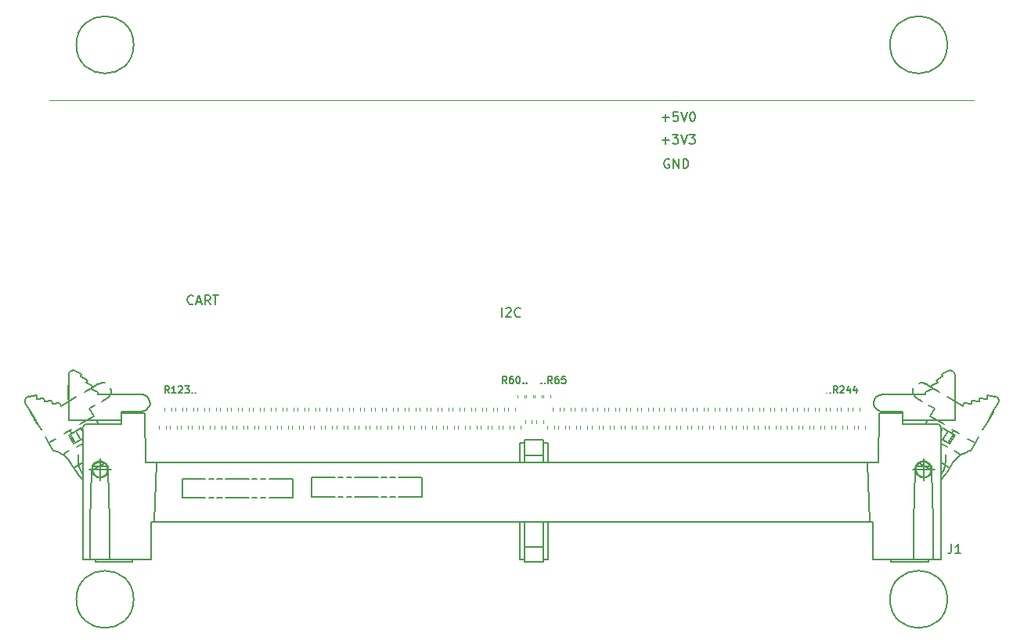
<source format=gbr>
G04 #@! TF.GenerationSoftware,KiCad,Pcbnew,6.0.9-8da3e8f707~117~ubuntu22.04.1*
G04 #@! TF.CreationDate,2023-03-03T14:59:22+01:00*
G04 #@! TF.ProjectId,ModulAdapterBasic,4d6f6475-6c41-4646-9170-746572426173,rev?*
G04 #@! TF.SameCoordinates,Original*
G04 #@! TF.FileFunction,Legend,Top*
G04 #@! TF.FilePolarity,Positive*
%FSLAX46Y46*%
G04 Gerber Fmt 4.6, Leading zero omitted, Abs format (unit mm)*
G04 Created by KiCad (PCBNEW 6.0.9-8da3e8f707~117~ubuntu22.04.1) date 2023-03-03 14:59:22*
%MOMM*%
%LPD*%
G01*
G04 APERTURE LIST*
%ADD10C,0.100000*%
%ADD11C,0.128000*%
%ADD12C,0.150000*%
%ADD13C,0.120000*%
G04 APERTURE END LIST*
D10*
X50000000Y-80000000D02*
X150000000Y-80000000D01*
D11*
X103215238Y-110571428D02*
X103251428Y-110607619D01*
X103215238Y-110643809D01*
X103179047Y-110607619D01*
X103215238Y-110571428D01*
X103215238Y-110643809D01*
X103577142Y-110571428D02*
X103613333Y-110607619D01*
X103577142Y-110643809D01*
X103540952Y-110607619D01*
X103577142Y-110571428D01*
X103577142Y-110643809D01*
X104373333Y-110643809D02*
X104120000Y-110281904D01*
X103939047Y-110643809D02*
X103939047Y-109883809D01*
X104228571Y-109883809D01*
X104300952Y-109920000D01*
X104337142Y-109956190D01*
X104373333Y-110028571D01*
X104373333Y-110137142D01*
X104337142Y-110209523D01*
X104300952Y-110245714D01*
X104228571Y-110281904D01*
X103939047Y-110281904D01*
X105024761Y-109883809D02*
X104880000Y-109883809D01*
X104807619Y-109920000D01*
X104771428Y-109956190D01*
X104699047Y-110064761D01*
X104662857Y-110209523D01*
X104662857Y-110499047D01*
X104699047Y-110571428D01*
X104735238Y-110607619D01*
X104807619Y-110643809D01*
X104952380Y-110643809D01*
X105024761Y-110607619D01*
X105060952Y-110571428D01*
X105097142Y-110499047D01*
X105097142Y-110318095D01*
X105060952Y-110245714D01*
X105024761Y-110209523D01*
X104952380Y-110173333D01*
X104807619Y-110173333D01*
X104735238Y-110209523D01*
X104699047Y-110245714D01*
X104662857Y-110318095D01*
X105784761Y-109883809D02*
X105422857Y-109883809D01*
X105386666Y-110245714D01*
X105422857Y-110209523D01*
X105495238Y-110173333D01*
X105676190Y-110173333D01*
X105748571Y-110209523D01*
X105784761Y-110245714D01*
X105820952Y-110318095D01*
X105820952Y-110499047D01*
X105784761Y-110571428D01*
X105748571Y-110607619D01*
X105676190Y-110643809D01*
X105495238Y-110643809D01*
X105422857Y-110607619D01*
X105386666Y-110571428D01*
D12*
X116238095Y-81891428D02*
X117000000Y-81891428D01*
X116619047Y-82272380D02*
X116619047Y-81510476D01*
X117952380Y-81272380D02*
X117476190Y-81272380D01*
X117428571Y-81748571D01*
X117476190Y-81700952D01*
X117571428Y-81653333D01*
X117809523Y-81653333D01*
X117904761Y-81700952D01*
X117952380Y-81748571D01*
X118000000Y-81843809D01*
X118000000Y-82081904D01*
X117952380Y-82177142D01*
X117904761Y-82224761D01*
X117809523Y-82272380D01*
X117571428Y-82272380D01*
X117476190Y-82224761D01*
X117428571Y-82177142D01*
X118285714Y-81272380D02*
X118619047Y-82272380D01*
X118952380Y-81272380D01*
X119476190Y-81272380D02*
X119571428Y-81272380D01*
X119666666Y-81320000D01*
X119714285Y-81367619D01*
X119761904Y-81462857D01*
X119809523Y-81653333D01*
X119809523Y-81891428D01*
X119761904Y-82081904D01*
X119714285Y-82177142D01*
X119666666Y-82224761D01*
X119571428Y-82272380D01*
X119476190Y-82272380D01*
X119380952Y-82224761D01*
X119333333Y-82177142D01*
X119285714Y-82081904D01*
X119238095Y-81891428D01*
X119238095Y-81653333D01*
X119285714Y-81462857D01*
X119333333Y-81367619D01*
X119380952Y-81320000D01*
X119476190Y-81272380D01*
X65535500Y-102008142D02*
X65487880Y-102055761D01*
X65345023Y-102103380D01*
X65249785Y-102103380D01*
X65106928Y-102055761D01*
X65011690Y-101960523D01*
X64964071Y-101865285D01*
X64916452Y-101674809D01*
X64916452Y-101531952D01*
X64964071Y-101341476D01*
X65011690Y-101246238D01*
X65106928Y-101151000D01*
X65249785Y-101103380D01*
X65345023Y-101103380D01*
X65487880Y-101151000D01*
X65535500Y-101198619D01*
X65916452Y-101817666D02*
X66392642Y-101817666D01*
X65821214Y-102103380D02*
X66154547Y-101103380D01*
X66487880Y-102103380D01*
X67392642Y-102103380D02*
X67059309Y-101627190D01*
X66821214Y-102103380D02*
X66821214Y-101103380D01*
X67202166Y-101103380D01*
X67297404Y-101151000D01*
X67345023Y-101198619D01*
X67392642Y-101293857D01*
X67392642Y-101436714D01*
X67345023Y-101531952D01*
X67297404Y-101579571D01*
X67202166Y-101627190D01*
X66821214Y-101627190D01*
X67678357Y-101103380D02*
X68249785Y-101103380D01*
X67964071Y-102103380D02*
X67964071Y-101103380D01*
X117018095Y-86400000D02*
X116922857Y-86352380D01*
X116780000Y-86352380D01*
X116637142Y-86400000D01*
X116541904Y-86495238D01*
X116494285Y-86590476D01*
X116446666Y-86780952D01*
X116446666Y-86923809D01*
X116494285Y-87114285D01*
X116541904Y-87209523D01*
X116637142Y-87304761D01*
X116780000Y-87352380D01*
X116875238Y-87352380D01*
X117018095Y-87304761D01*
X117065714Y-87257142D01*
X117065714Y-86923809D01*
X116875238Y-86923809D01*
X117494285Y-87352380D02*
X117494285Y-86352380D01*
X118065714Y-87352380D01*
X118065714Y-86352380D01*
X118541904Y-87352380D02*
X118541904Y-86352380D01*
X118780000Y-86352380D01*
X118922857Y-86400000D01*
X119018095Y-86495238D01*
X119065714Y-86590476D01*
X119113333Y-86780952D01*
X119113333Y-86923809D01*
X119065714Y-87114285D01*
X119018095Y-87209523D01*
X118922857Y-87304761D01*
X118780000Y-87352380D01*
X118541904Y-87352380D01*
D11*
X99449523Y-110643809D02*
X99196190Y-110281904D01*
X99015238Y-110643809D02*
X99015238Y-109883809D01*
X99304761Y-109883809D01*
X99377142Y-109920000D01*
X99413333Y-109956190D01*
X99449523Y-110028571D01*
X99449523Y-110137142D01*
X99413333Y-110209523D01*
X99377142Y-110245714D01*
X99304761Y-110281904D01*
X99015238Y-110281904D01*
X100100952Y-109883809D02*
X99956190Y-109883809D01*
X99883809Y-109920000D01*
X99847619Y-109956190D01*
X99775238Y-110064761D01*
X99739047Y-110209523D01*
X99739047Y-110499047D01*
X99775238Y-110571428D01*
X99811428Y-110607619D01*
X99883809Y-110643809D01*
X100028571Y-110643809D01*
X100100952Y-110607619D01*
X100137142Y-110571428D01*
X100173333Y-110499047D01*
X100173333Y-110318095D01*
X100137142Y-110245714D01*
X100100952Y-110209523D01*
X100028571Y-110173333D01*
X99883809Y-110173333D01*
X99811428Y-110209523D01*
X99775238Y-110245714D01*
X99739047Y-110318095D01*
X100643809Y-109883809D02*
X100716190Y-109883809D01*
X100788571Y-109920000D01*
X100824761Y-109956190D01*
X100860952Y-110028571D01*
X100897142Y-110173333D01*
X100897142Y-110354285D01*
X100860952Y-110499047D01*
X100824761Y-110571428D01*
X100788571Y-110607619D01*
X100716190Y-110643809D01*
X100643809Y-110643809D01*
X100571428Y-110607619D01*
X100535238Y-110571428D01*
X100499047Y-110499047D01*
X100462857Y-110354285D01*
X100462857Y-110173333D01*
X100499047Y-110028571D01*
X100535238Y-109956190D01*
X100571428Y-109920000D01*
X100643809Y-109883809D01*
X101222857Y-110571428D02*
X101259047Y-110607619D01*
X101222857Y-110643809D01*
X101186666Y-110607619D01*
X101222857Y-110571428D01*
X101222857Y-110643809D01*
X101584761Y-110571428D02*
X101620952Y-110607619D01*
X101584761Y-110643809D01*
X101548571Y-110607619D01*
X101584761Y-110571428D01*
X101584761Y-110643809D01*
D12*
X98923809Y-103452380D02*
X98923809Y-102452380D01*
X99352380Y-102547619D02*
X99400000Y-102500000D01*
X99495238Y-102452380D01*
X99733333Y-102452380D01*
X99828571Y-102500000D01*
X99876190Y-102547619D01*
X99923809Y-102642857D01*
X99923809Y-102738095D01*
X99876190Y-102880952D01*
X99304761Y-103452380D01*
X99923809Y-103452380D01*
X100923809Y-103357142D02*
X100876190Y-103404761D01*
X100733333Y-103452380D01*
X100638095Y-103452380D01*
X100495238Y-103404761D01*
X100400000Y-103309523D01*
X100352380Y-103214285D01*
X100304761Y-103023809D01*
X100304761Y-102880952D01*
X100352380Y-102690476D01*
X100400000Y-102595238D01*
X100495238Y-102500000D01*
X100638095Y-102452380D01*
X100733333Y-102452380D01*
X100876190Y-102500000D01*
X100923809Y-102547619D01*
D11*
X134053333Y-111621428D02*
X134089523Y-111657619D01*
X134053333Y-111693809D01*
X134017142Y-111657619D01*
X134053333Y-111621428D01*
X134053333Y-111693809D01*
X134415238Y-111621428D02*
X134451428Y-111657619D01*
X134415238Y-111693809D01*
X134379047Y-111657619D01*
X134415238Y-111621428D01*
X134415238Y-111693809D01*
X135211428Y-111693809D02*
X134958095Y-111331904D01*
X134777142Y-111693809D02*
X134777142Y-110933809D01*
X135066666Y-110933809D01*
X135139047Y-110970000D01*
X135175238Y-111006190D01*
X135211428Y-111078571D01*
X135211428Y-111187142D01*
X135175238Y-111259523D01*
X135139047Y-111295714D01*
X135066666Y-111331904D01*
X134777142Y-111331904D01*
X135500952Y-111006190D02*
X135537142Y-110970000D01*
X135609523Y-110933809D01*
X135790476Y-110933809D01*
X135862857Y-110970000D01*
X135899047Y-111006190D01*
X135935238Y-111078571D01*
X135935238Y-111150952D01*
X135899047Y-111259523D01*
X135464761Y-111693809D01*
X135935238Y-111693809D01*
X136586666Y-111187142D02*
X136586666Y-111693809D01*
X136405714Y-110897619D02*
X136224761Y-111440476D01*
X136695238Y-111440476D01*
X137310476Y-111187142D02*
X137310476Y-111693809D01*
X137129523Y-110897619D02*
X136948571Y-111440476D01*
X137419047Y-111440476D01*
X62937619Y-111693809D02*
X62684285Y-111331904D01*
X62503333Y-111693809D02*
X62503333Y-110933809D01*
X62792857Y-110933809D01*
X62865238Y-110970000D01*
X62901428Y-111006190D01*
X62937619Y-111078571D01*
X62937619Y-111187142D01*
X62901428Y-111259523D01*
X62865238Y-111295714D01*
X62792857Y-111331904D01*
X62503333Y-111331904D01*
X63661428Y-111693809D02*
X63227142Y-111693809D01*
X63444285Y-111693809D02*
X63444285Y-110933809D01*
X63371904Y-111042380D01*
X63299523Y-111114761D01*
X63227142Y-111150952D01*
X63950952Y-111006190D02*
X63987142Y-110970000D01*
X64059523Y-110933809D01*
X64240476Y-110933809D01*
X64312857Y-110970000D01*
X64349047Y-111006190D01*
X64385238Y-111078571D01*
X64385238Y-111150952D01*
X64349047Y-111259523D01*
X63914761Y-111693809D01*
X64385238Y-111693809D01*
X64638571Y-110933809D02*
X65109047Y-110933809D01*
X64855714Y-111223333D01*
X64964285Y-111223333D01*
X65036666Y-111259523D01*
X65072857Y-111295714D01*
X65109047Y-111368095D01*
X65109047Y-111549047D01*
X65072857Y-111621428D01*
X65036666Y-111657619D01*
X64964285Y-111693809D01*
X64747142Y-111693809D01*
X64674761Y-111657619D01*
X64638571Y-111621428D01*
X65434761Y-111621428D02*
X65470952Y-111657619D01*
X65434761Y-111693809D01*
X65398571Y-111657619D01*
X65434761Y-111621428D01*
X65434761Y-111693809D01*
X65796666Y-111621428D02*
X65832857Y-111657619D01*
X65796666Y-111693809D01*
X65760476Y-111657619D01*
X65796666Y-111621428D01*
X65796666Y-111693809D01*
D12*
X116238095Y-84331428D02*
X117000000Y-84331428D01*
X116619047Y-84712380D02*
X116619047Y-83950476D01*
X117380952Y-83712380D02*
X118000000Y-83712380D01*
X117666666Y-84093333D01*
X117809523Y-84093333D01*
X117904761Y-84140952D01*
X117952380Y-84188571D01*
X118000000Y-84283809D01*
X118000000Y-84521904D01*
X117952380Y-84617142D01*
X117904761Y-84664761D01*
X117809523Y-84712380D01*
X117523809Y-84712380D01*
X117428571Y-84664761D01*
X117380952Y-84617142D01*
X118285714Y-83712380D02*
X118619047Y-84712380D01*
X118952380Y-83712380D01*
X119190476Y-83712380D02*
X119809523Y-83712380D01*
X119476190Y-84093333D01*
X119619047Y-84093333D01*
X119714285Y-84140952D01*
X119761904Y-84188571D01*
X119809523Y-84283809D01*
X119809523Y-84521904D01*
X119761904Y-84617142D01*
X119714285Y-84664761D01*
X119619047Y-84712380D01*
X119333333Y-84712380D01*
X119238095Y-84664761D01*
X119190476Y-84617142D01*
X147545666Y-128027380D02*
X147545666Y-128741666D01*
X147498047Y-128884523D01*
X147402809Y-128979761D01*
X147259952Y-129027380D01*
X147164714Y-129027380D01*
X148545666Y-129027380D02*
X147974238Y-129027380D01*
X148259952Y-129027380D02*
X148259952Y-128027380D01*
X148164714Y-128170238D01*
X148069476Y-128265476D01*
X147974238Y-128313095D01*
X148559228Y-118358230D02*
X148082628Y-118738960D01*
X144682868Y-115058640D02*
X144937058Y-114646180D01*
X48695321Y-115058640D02*
X48695321Y-115026940D01*
X55876114Y-115058640D02*
X55272421Y-115058640D01*
X48600000Y-114900000D02*
X48631750Y-114963500D01*
X151291748Y-115026900D02*
X151291748Y-115058600D01*
X150560958Y-112583940D02*
X150560958Y-112234940D01*
X54414539Y-125623700D02*
X54573408Y-119912860D01*
X55876114Y-115058640D02*
X57750749Y-115058640D01*
X52063302Y-111854210D02*
X52063302Y-111759010D01*
X99501045Y-119151410D02*
X99310405Y-119151410D01*
X148082628Y-118738960D02*
X147701348Y-119214860D01*
X146430408Y-117120880D02*
X147065868Y-117501600D01*
X48600000Y-114900000D02*
X48631750Y-114900000D01*
X105696865Y-125623700D02*
X105506224Y-125623700D01*
X147955538Y-110807230D02*
X147923738Y-110807230D01*
X152658048Y-112583940D02*
X152657998Y-112393570D01*
X52063302Y-112552210D02*
X52857643Y-112108030D01*
X145413658Y-115058640D02*
X145540748Y-115058640D01*
X103440951Y-117089160D02*
X103440951Y-119151410D01*
X63565288Y-119151410D02*
X63342876Y-119151410D01*
X51237198Y-113059840D02*
X51078328Y-112774300D01*
X60324397Y-113853010D02*
X57750749Y-113853010D01*
X53080054Y-118802410D02*
X53111804Y-119278320D01*
X67759381Y-122990370D02*
X67251009Y-122990370D01*
X143666138Y-120198400D02*
X143761438Y-120420480D01*
X144047398Y-119278320D02*
X143824978Y-119500400D01*
X136644188Y-125623700D02*
X136834828Y-125623700D01*
X98897350Y-125623700D02*
X98706710Y-125623700D01*
X104298834Y-119151410D02*
X104076420Y-119151410D01*
X145953808Y-114646180D02*
X147923758Y-114646180D01*
X52063302Y-112266670D02*
X52031552Y-112266670D01*
X138455278Y-119151410D02*
X139630888Y-119151410D01*
X101343905Y-117089160D02*
X101343905Y-119151410D01*
X150116118Y-117057430D02*
X149607748Y-117914060D01*
X52063302Y-111632080D02*
X52063302Y-111568630D01*
X148781638Y-113059840D02*
X148908738Y-112774300D01*
X149734838Y-112520480D02*
X149734838Y-112869480D01*
X146716368Y-119976310D02*
X146843458Y-119500400D01*
X139916808Y-113662640D02*
X140043898Y-113662640D01*
X48250490Y-114202010D02*
X48218740Y-114233710D01*
X143443698Y-129653020D02*
X143443698Y-125623700D01*
X147383568Y-109220890D02*
X147224698Y-109252590D01*
X56289166Y-120039760D02*
X56289166Y-119785940D01*
X52031531Y-110838960D02*
X52031531Y-110870660D01*
X52031531Y-112234940D02*
X52063281Y-112234940D01*
X85902016Y-120769480D02*
X86473937Y-120769480D01*
X152054308Y-113757830D02*
X151291748Y-115058640D01*
X145540748Y-115058640D02*
X145604348Y-115058640D01*
X55081801Y-120706030D02*
X55335991Y-120769530D01*
X146430408Y-121023290D02*
X146875228Y-120547390D01*
X56638705Y-111632130D02*
X56670427Y-111378310D01*
X73383279Y-122990370D02*
X72843128Y-122990370D01*
X145350108Y-119785940D02*
X145286508Y-119595580D01*
X64168980Y-119151410D02*
X63946569Y-119151410D01*
X55717252Y-119151410D02*
X55463062Y-119087910D01*
X140043948Y-111854210D02*
X139789758Y-111885910D01*
X82120977Y-120769480D02*
X82692899Y-120769480D01*
X145095928Y-119341770D02*
X144873508Y-119183130D01*
X105093170Y-125623700D02*
X105283810Y-125623700D01*
X52031531Y-118865870D02*
X51554930Y-118453410D01*
X54764049Y-119500400D02*
X54700479Y-119595600D01*
X143824978Y-119500400D02*
X143761378Y-119595600D01*
X103409178Y-129970290D02*
X101375678Y-129970290D01*
X144079268Y-119183150D02*
X143825078Y-119373520D01*
X48186920Y-114106830D02*
X48218698Y-114138530D01*
X143697838Y-120071490D02*
X143761438Y-120325300D01*
X52031531Y-111759030D02*
X52063281Y-111759030D01*
X95656460Y-125623700D02*
X98706710Y-125623700D01*
X52063302Y-111695580D02*
X52031552Y-111695580D01*
X52063302Y-112552210D02*
X51237198Y-113059840D01*
X52063302Y-112139760D02*
X52063302Y-112076260D01*
X144746418Y-115058640D02*
X145413658Y-115058640D01*
X53493107Y-109601610D02*
X52794094Y-109252610D01*
X47360837Y-112425300D02*
X47360836Y-112583940D01*
X144206268Y-110585140D02*
X144015628Y-110616840D01*
X53588427Y-129653020D02*
X53588427Y-115534540D01*
X52031531Y-111632130D02*
X52031531Y-111695630D01*
X54319218Y-113345380D02*
X54827591Y-114202010D01*
X56543356Y-129653020D02*
X60959869Y-129653020D01*
X143443698Y-129653020D02*
X145604298Y-129653020D01*
X56289174Y-120261830D02*
X56352744Y-120008020D01*
X47996308Y-113821290D02*
X48028058Y-113821290D01*
X54636950Y-120008040D02*
X54700520Y-120261850D01*
X54732270Y-120420480D02*
X54954689Y-120642570D01*
X60356168Y-119151410D02*
X60324418Y-113853010D01*
X152022528Y-113726110D02*
X152594448Y-112774300D01*
X137025468Y-119151410D02*
X136644188Y-119151410D01*
X55653703Y-112583940D02*
X56225624Y-112234940D01*
X54636950Y-120008040D02*
X54700520Y-120261850D01*
X146938778Y-118358230D02*
X146938778Y-118802410D01*
X86823445Y-120769480D02*
X87395367Y-120769480D01*
X151291748Y-115026900D02*
X150910468Y-115661450D01*
X49457883Y-112583980D02*
X49426133Y-112234940D01*
X144968838Y-120706010D02*
X145223028Y-120515650D01*
X52857643Y-115788350D02*
X53397786Y-116771890D01*
X142236318Y-114646180D02*
X142236318Y-113853010D01*
X54573408Y-115058640D02*
X54446310Y-115058640D01*
X52063302Y-111568670D02*
X52031552Y-111568670D01*
X143952078Y-120547390D02*
X144206268Y-120706030D01*
X56543356Y-125623700D02*
X56352716Y-119912860D01*
X56257416Y-120293580D02*
X56289166Y-120039760D01*
X49870935Y-117057430D02*
X50379315Y-117914060D01*
X142236318Y-115058640D02*
X142236318Y-114646180D01*
X145604298Y-129653020D02*
X146430408Y-129653020D01*
X55749023Y-110585140D02*
X55494833Y-110616840D01*
X61563561Y-119151410D02*
X62167254Y-119151410D01*
X105283810Y-119151410D02*
X105506224Y-119151410D01*
X145604298Y-115058640D02*
X145922028Y-115058640D01*
X144238038Y-120801210D02*
X144492228Y-120832910D01*
X144142718Y-119214830D02*
X144047418Y-119278330D01*
X60197306Y-113599150D02*
X60451489Y-113503950D01*
X51078328Y-112774300D02*
X50283995Y-112869500D01*
X52063302Y-112266670D02*
X52063302Y-112234970D01*
X94925671Y-125623700D02*
X95116311Y-125623700D01*
X105283810Y-119151410D02*
X105506224Y-119151410D01*
X67251009Y-120928110D02*
X67759381Y-120928110D01*
X104902529Y-119151410D02*
X105283810Y-119151410D01*
X54636930Y-119817680D02*
X54636930Y-120039760D01*
X141028918Y-129970290D02*
X145032378Y-129970290D01*
X147383608Y-117184340D02*
X147923758Y-116264250D01*
X48282240Y-114265490D02*
X48345839Y-114392370D01*
X48155170Y-114106830D02*
X48186920Y-114138530D01*
X56162075Y-120515650D02*
X56289174Y-120261830D01*
X135659218Y-125623700D02*
X106109920Y-125623700D01*
X138677688Y-125623700D02*
X139027198Y-125623700D01*
X100708436Y-125623700D02*
X100517795Y-125623700D01*
X56352744Y-120008020D02*
X56352716Y-119944580D01*
X145286658Y-119468680D02*
X145064248Y-119246590D01*
X54414539Y-129653020D02*
X56543356Y-129653020D01*
X151387068Y-111949400D02*
X151387068Y-112298390D01*
X47996308Y-113757830D02*
X47932738Y-113757830D01*
X53429543Y-120198400D02*
X53588405Y-120452210D01*
X52031531Y-111981130D02*
X52063281Y-111981130D01*
X145413718Y-120008020D02*
X145413658Y-119944580D01*
X105887505Y-125623700D02*
X106109920Y-125623700D01*
X99914100Y-119151410D02*
X100104741Y-119151410D01*
X81771469Y-122926910D02*
X81231321Y-122926910D01*
X52635224Y-117184360D02*
X52063302Y-116264250D01*
X145350108Y-120008040D02*
X145350108Y-119785940D01*
X136453548Y-125623700D02*
X136644188Y-125623700D01*
X54954689Y-129653020D02*
X54954689Y-129970290D01*
X143348358Y-111441770D02*
X143380078Y-111695580D01*
X56352716Y-119944580D02*
X56320966Y-119690760D01*
X61341150Y-125623700D02*
X60959869Y-125623700D01*
X52794094Y-117089160D02*
X52635224Y-117184360D01*
X135849858Y-119151410D02*
X106109920Y-119151410D01*
X136040498Y-125623700D02*
X135849858Y-125623700D01*
X137629158Y-119151410D02*
X137851578Y-119151410D01*
X143952078Y-120547390D02*
X144206268Y-120706030D01*
X100899076Y-125623700D02*
X100899076Y-129653020D01*
X147923758Y-110807230D02*
X147923758Y-112330120D01*
X144682868Y-110712040D02*
X144460458Y-110585140D01*
X56257395Y-119595580D02*
X56066755Y-119341770D01*
X64168980Y-125623700D02*
X93877147Y-125623700D01*
X48123378Y-113979950D02*
X48059829Y-113884720D01*
X139440208Y-113408800D02*
X139694388Y-113567440D01*
X52031531Y-111759030D02*
X52031531Y-111854230D01*
X147828438Y-115724900D02*
X147796638Y-115756600D01*
X143380158Y-111156220D02*
X143380158Y-111219720D01*
X101343905Y-117089160D02*
X100899076Y-117089160D01*
X54541630Y-111124500D02*
X55335971Y-110680320D01*
X52158623Y-115724900D02*
X52190373Y-115756600D01*
X144746418Y-120801210D02*
X144968838Y-120706010D01*
X145350108Y-119785940D02*
X145286508Y-119595580D01*
X53366015Y-115502810D02*
X52857643Y-115788350D01*
X48695321Y-114995180D02*
X48695321Y-115026880D01*
X56320966Y-119690760D02*
X56225646Y-119468680D01*
X52031531Y-112076310D02*
X52063281Y-112076310D01*
X105093170Y-125623700D02*
X104902529Y-125623700D01*
X55971434Y-119278320D02*
X55717252Y-119151410D01*
X52031531Y-110838960D02*
X52063281Y-110838960D01*
X47456157Y-112234940D02*
X47360837Y-112425300D01*
X52031531Y-110838960D02*
X52031531Y-110807260D01*
X60546858Y-112076240D02*
X60324447Y-111917610D01*
X48600000Y-114900000D02*
X48568250Y-114836500D01*
X54764049Y-119500400D02*
X54700479Y-119595600D01*
X137247878Y-119151410D02*
X137629158Y-119151410D01*
X105887505Y-119151410D02*
X106109920Y-119151410D01*
X53588427Y-119183130D02*
X52603453Y-119754220D01*
X138677688Y-125623700D02*
X137851578Y-125623700D01*
X104680115Y-119151410D02*
X104902529Y-119151410D01*
X47615026Y-112076350D02*
X47456157Y-112234940D01*
X95116311Y-125623700D02*
X95529366Y-125623700D01*
X101375678Y-129970290D02*
X101375678Y-128320490D01*
X52794094Y-117089160D02*
X52253943Y-116137350D01*
X48377560Y-114455870D02*
X48409339Y-114487520D01*
X100104741Y-119151410D02*
X100517795Y-119151410D01*
X52063302Y-111854210D02*
X52031552Y-111854210D01*
X49870935Y-117057430D02*
X50665276Y-116613250D01*
X60864569Y-112805960D02*
X60832819Y-112552140D01*
X55971434Y-119278320D02*
X55717252Y-119151410D01*
X52349263Y-119341770D02*
X52031531Y-118865870D01*
X145445428Y-111124500D02*
X146207988Y-111568670D01*
X63565288Y-119151410D02*
X63946569Y-119151410D01*
X143761438Y-119595580D02*
X143697838Y-119817680D01*
X86473937Y-122926910D02*
X85902016Y-122926910D01*
X144682868Y-120769530D02*
X144937058Y-120674330D01*
X60832819Y-112552140D02*
X60737499Y-112330060D01*
X61341150Y-125623700D02*
X61976614Y-125623700D01*
X66869727Y-122990370D02*
X64391400Y-122990370D01*
X104680115Y-125623700D02*
X104902529Y-125623700D01*
X151387068Y-111949400D02*
X152213168Y-112044600D01*
X52031531Y-110807230D02*
X52063281Y-110807230D01*
X142236318Y-115058640D02*
X144142718Y-115058640D01*
X52857643Y-115788350D02*
X52253943Y-116137350D01*
X48155170Y-114106830D02*
X48186920Y-114106830D01*
X53779067Y-111568670D02*
X54541630Y-111124500D01*
X52031531Y-110997590D02*
X52031531Y-110902390D01*
X55463062Y-119087910D02*
X55240650Y-119151410D01*
X145604298Y-125623700D02*
X145604298Y-129653020D01*
X100517795Y-125623700D02*
X100708436Y-125623700D01*
X138455278Y-119151410D02*
X137851578Y-119151410D01*
X48631751Y-114963400D02*
X48695341Y-114963460D01*
X53270695Y-115058640D02*
X54033257Y-114646180D01*
X152594448Y-112774300D02*
X152658048Y-112583940D01*
X53111804Y-119278320D02*
X53207124Y-119722490D01*
X139789758Y-111885910D02*
X139567348Y-112012820D01*
X144460458Y-110585140D02*
X144206268Y-110585140D01*
X145381888Y-120008040D02*
X144047398Y-119246590D01*
X144206268Y-120706030D02*
X144460458Y-120801230D01*
X55876114Y-115058640D02*
X55272421Y-115058640D01*
X54573408Y-115058640D02*
X55272421Y-115058640D01*
X87744875Y-120769480D02*
X90223203Y-120769480D01*
X52031531Y-111251410D02*
X52063281Y-111251410D01*
X60356168Y-119151410D02*
X61563561Y-119151410D01*
X55494833Y-110616840D02*
X55335971Y-110712060D01*
X100104741Y-125623700D02*
X100295381Y-125623700D01*
X146493948Y-109601610D02*
X146621048Y-109918870D01*
X48695321Y-114995180D02*
X48695321Y-114963480D01*
X144810058Y-119087950D02*
X144555868Y-119056250D01*
X47996308Y-113821290D02*
X47964558Y-113789590D01*
X48441131Y-114551000D02*
X48409381Y-114582700D01*
X48536451Y-114741360D02*
X48536451Y-114741360D01*
X52031531Y-111346590D02*
X52063281Y-111346590D01*
X103885779Y-129653020D02*
X103885779Y-125623700D01*
X54033257Y-114646180D02*
X52063302Y-114646180D01*
X105506224Y-125623700D02*
X105283810Y-125623700D01*
X62357895Y-119151410D02*
X62167254Y-119151410D01*
X103409178Y-116771890D02*
X101375678Y-116771890D01*
X48091628Y-114011650D02*
X48155198Y-114106850D01*
X144492228Y-120832910D02*
X144746418Y-120801210D01*
X143761438Y-120420480D02*
X144015628Y-120642570D01*
X145318338Y-110902410D02*
X146049128Y-110553420D01*
X55590174Y-120769530D02*
X55844364Y-120706030D01*
X54859390Y-120515670D02*
X55081801Y-120706030D01*
X105887505Y-119151410D02*
X105506224Y-119151410D01*
X52762323Y-109252610D02*
X52571682Y-109220910D01*
X56543356Y-125623700D02*
X56543356Y-129653020D01*
X48345810Y-114487550D02*
X48314060Y-114392350D01*
X55240650Y-119151410D02*
X54986460Y-119278320D01*
X54636972Y-119627330D02*
X54605222Y-119881140D01*
X55971463Y-110585140D02*
X55749023Y-110585140D01*
X48409360Y-114519280D02*
X48441110Y-114550980D01*
X85552508Y-122926910D02*
X83042407Y-122926910D01*
X50379315Y-117914060D02*
X50538177Y-117945760D01*
X71921703Y-120928110D02*
X72461847Y-120928110D01*
X47996308Y-113757830D02*
X47964558Y-113726130D01*
X52794094Y-117089160D02*
X53397786Y-116771890D01*
X104076420Y-125623700D02*
X103885779Y-125623700D01*
X139630888Y-119151410D02*
X139694488Y-113853010D01*
X56575135Y-111854210D02*
X59943116Y-111854210D01*
X47996308Y-113789550D02*
X48028058Y-113821250D01*
X150116118Y-117057430D02*
X149321788Y-116613250D01*
X136834828Y-125623700D02*
X137025468Y-125623700D01*
X54573408Y-115058640D02*
X54446310Y-115058640D01*
X52031531Y-111346590D02*
X52031531Y-111283090D01*
X143697988Y-119627330D02*
X143634388Y-119881140D01*
X147129418Y-112108030D02*
X147923758Y-112552210D01*
X139186068Y-112456990D02*
X139154268Y-112679080D01*
X101375678Y-117089160D02*
X101375678Y-116771890D01*
X58958142Y-129970290D02*
X58958142Y-129653020D01*
X103409178Y-117089160D02*
X103409178Y-118421690D01*
X145095928Y-119341770D02*
X144873508Y-119183130D01*
X52444583Y-116042170D02*
X52190401Y-115756630D01*
X53175375Y-120610850D02*
X53588427Y-121023290D01*
X145922028Y-110267870D02*
X146621048Y-109918870D01*
X135849858Y-125623700D02*
X135659218Y-125623700D01*
X143697838Y-120071490D02*
X143761438Y-120325300D01*
X103409178Y-128320490D02*
X103409178Y-129970290D01*
X144365138Y-119119630D02*
X144142718Y-119214830D01*
X53080054Y-118358230D02*
X53080054Y-118802410D01*
X54700520Y-120261850D02*
X54859390Y-120515670D01*
X144206268Y-120706030D02*
X144460458Y-120801230D01*
X144015628Y-120642570D02*
X144238038Y-120801210D01*
X136453548Y-119151410D02*
X136644188Y-119151410D01*
X142236318Y-113853010D02*
X139694438Y-113853010D01*
X139694388Y-113567440D02*
X139916808Y-113662640D01*
X50252216Y-112520480D02*
X49457883Y-112583980D01*
X94512616Y-125623700D02*
X94925671Y-125623700D01*
X55272421Y-115058640D02*
X54573408Y-115058640D01*
X101343905Y-129653020D02*
X101343905Y-125623700D01*
X52063302Y-111092770D02*
X52031552Y-111092770D01*
X76274659Y-120928110D02*
X76274659Y-122990370D01*
X145286568Y-119595580D02*
X145095928Y-119341770D01*
X56289166Y-120039760D02*
X56289166Y-119785940D01*
X52031531Y-112266670D02*
X52031531Y-112330170D01*
X52031531Y-111251410D02*
X52031531Y-111283110D01*
X147383608Y-119754220D02*
X147637798Y-119341770D01*
X104076420Y-119151410D02*
X104298834Y-119151410D01*
X60800999Y-113059780D02*
X60864569Y-112805960D01*
X54382768Y-115058640D02*
X54446338Y-115058640D01*
X55240650Y-119151410D02*
X54986460Y-119278320D01*
X55431291Y-120832910D02*
X55685473Y-120801210D01*
X99914100Y-119151410D02*
X99501045Y-119151410D01*
X143761438Y-119595580D02*
X143697838Y-119817680D01*
X147955538Y-112330120D02*
X147955538Y-110807230D01*
X47932758Y-113757830D02*
X47964508Y-113726130D01*
X99310405Y-125623700D02*
X99501045Y-125623700D01*
X48345810Y-114487550D02*
X48377560Y-114487550D01*
X78371713Y-122926910D02*
X78371713Y-120769480D01*
X62357895Y-125623700D02*
X62167254Y-125623700D01*
X82692899Y-122926910D02*
X82120977Y-122926910D01*
X55844364Y-120706030D02*
X56066775Y-120515670D01*
X52063302Y-112139760D02*
X52031552Y-112139760D01*
X52095081Y-109538170D02*
X52063331Y-109728530D01*
X136040498Y-119151410D02*
X135849858Y-119151410D01*
X145286568Y-119595580D02*
X145095928Y-119341770D01*
X135849858Y-119151410D02*
X136040498Y-119151410D01*
X54605179Y-120198400D02*
X54732270Y-120420480D01*
X144746418Y-111854210D02*
X144746418Y-111536950D01*
X55717252Y-119151410D02*
X55463062Y-119087910D01*
X54509859Y-111219680D02*
X55240650Y-111536950D01*
X147764898Y-116137350D02*
X147192968Y-117089160D01*
X143380158Y-111219720D02*
X143348358Y-111441770D01*
X48345810Y-114392370D02*
X48377560Y-114455870D01*
X145286568Y-119595580D02*
X143761438Y-119595580D01*
X137629158Y-125623700D02*
X137851578Y-125623700D01*
X142236318Y-115058640D02*
X142236318Y-114646180D01*
X103440951Y-125623700D02*
X103440951Y-129653020D01*
X101375678Y-128320490D02*
X103409178Y-128320490D01*
X147796668Y-115756630D02*
X147574248Y-116042170D01*
X52253943Y-116137350D02*
X52063302Y-116264250D01*
X55749044Y-119087950D02*
X55494854Y-119056250D01*
X100295381Y-125623700D02*
X100517795Y-125623700D01*
X48631771Y-112298390D02*
X48600021Y-111949400D01*
X143411928Y-111854210D02*
X144746418Y-111854210D01*
X72843128Y-120928110D02*
X73383279Y-120928110D01*
X57750749Y-113662650D02*
X59943116Y-113662650D01*
X143348378Y-119912860D02*
X145699618Y-119912860D01*
X55335991Y-120769530D02*
X55590174Y-120769530D01*
X62739176Y-119151410D02*
X62961595Y-119151410D01*
X144555868Y-119056250D02*
X144333458Y-119087950D01*
X83042407Y-120769480D02*
X85552508Y-120769480D01*
X137025468Y-125623700D02*
X137247878Y-125623700D01*
X54700500Y-119595580D02*
X54636930Y-119817680D01*
X48600000Y-114836540D02*
X48631750Y-114900040D01*
X55494854Y-119056250D02*
X55272443Y-119087950D01*
X52031531Y-112076310D02*
X52031531Y-111981110D01*
X105696865Y-125623700D02*
X105887505Y-125623700D01*
X104902529Y-125623700D02*
X104680115Y-125623700D01*
X147891938Y-109538150D02*
X147764848Y-109347790D01*
X52031531Y-112330120D02*
X52063281Y-112330120D01*
X147161198Y-115788350D02*
X146621048Y-115502810D01*
X52349263Y-119341770D02*
X52603453Y-119754220D01*
X48218719Y-114233730D02*
X48186969Y-114138530D01*
X52031531Y-111251410D02*
X52031531Y-111219710D01*
X99914100Y-125623700D02*
X99501045Y-125623700D01*
X55907893Y-120706010D02*
X56162075Y-120515650D01*
X143761438Y-120325300D02*
X143952078Y-120547390D01*
X62167254Y-125623700D02*
X61976614Y-125623700D01*
X56066755Y-119341770D02*
X55971435Y-119278270D01*
X144873508Y-119183130D02*
X144619328Y-119119630D01*
X145445428Y-111124500D02*
X145318338Y-110902410D01*
X147923758Y-110807230D02*
X147923758Y-109728510D01*
X63152236Y-125623700D02*
X63342876Y-125623700D01*
X52063302Y-111283130D02*
X52031552Y-111283130D01*
X146621048Y-115502810D02*
X146430408Y-115851810D01*
X55272443Y-119087950D02*
X55018253Y-119183150D01*
X48028079Y-113916470D02*
X48091649Y-114011670D01*
X146398608Y-115344180D02*
X146271508Y-115153820D01*
X144873508Y-119183130D02*
X144619328Y-119119630D01*
X52063302Y-111854210D02*
X52063302Y-111981130D01*
X101343908Y-129653020D02*
X100899076Y-129653020D01*
X54382768Y-115058640D02*
X54446338Y-115058640D01*
X147383608Y-119754220D02*
X147161198Y-120134940D01*
X137629158Y-125623700D02*
X137629158Y-125623700D01*
X104076420Y-125623700D02*
X104298834Y-125623700D01*
X98897350Y-119151410D02*
X98706710Y-119151410D01*
X56066755Y-119341770D02*
X55971435Y-119278270D01*
X137438518Y-125623700D02*
X137597388Y-125623700D01*
X99501045Y-125623700D02*
X99310405Y-125623700D01*
X56448036Y-112044580D02*
X56575135Y-111854210D01*
X48091628Y-114011650D02*
X48123378Y-113979950D01*
X146589268Y-116771890D02*
X147161198Y-115788350D01*
X55081801Y-120706030D02*
X55335991Y-120769530D01*
X63342876Y-119151410D02*
X63565288Y-119151410D01*
X146430408Y-115534540D02*
X146398608Y-115344180D01*
X62961595Y-125623700D02*
X63152236Y-125623700D01*
X60673908Y-113281860D02*
X60800999Y-113059780D01*
X149448878Y-117945780D02*
X149004058Y-118136150D01*
X56257416Y-120293580D02*
X56289166Y-120039760D01*
X51427839Y-118358210D02*
X50983008Y-118104420D01*
X55018253Y-119183150D02*
X54764070Y-119373520D01*
X103409178Y-129653020D02*
X103440948Y-129653020D01*
X54096807Y-110267870D02*
X53937937Y-110553420D01*
X54636930Y-119817680D02*
X54636930Y-120039760D01*
X52063302Y-111727330D02*
X52063302Y-111695610D01*
X147764848Y-109347790D02*
X147574208Y-109252590D01*
X57750749Y-115058640D02*
X57750749Y-114646180D01*
X54605222Y-119881140D02*
X54605222Y-119944640D01*
X52031531Y-111092770D02*
X52031531Y-111219680D01*
X52031531Y-112234940D02*
X52031531Y-112266640D01*
X52031531Y-111346590D02*
X52031531Y-111441790D01*
X56003213Y-110585140D02*
X55971463Y-110585140D01*
X152054308Y-113757830D02*
X152022508Y-113726130D01*
X60451489Y-113503950D02*
X60673908Y-113281860D01*
X137247878Y-119151410D02*
X137025468Y-119151410D01*
X48250490Y-114297190D02*
X48282240Y-114265490D01*
X144937058Y-120674330D02*
X145191248Y-120452240D01*
X142236318Y-113662650D02*
X140043948Y-113662650D01*
X48314039Y-114392370D02*
X48345789Y-114392370D01*
X48600000Y-111949400D02*
X47805667Y-112044600D01*
X137629158Y-125623700D02*
X137597458Y-125623700D01*
X52063302Y-112139760D02*
X52063302Y-112234960D01*
X99310405Y-125623700D02*
X98897350Y-125623700D01*
X57750749Y-114646180D02*
X57750749Y-115058640D01*
X57750749Y-113853010D02*
X57750749Y-113662650D01*
X48409360Y-114519280D02*
X48409360Y-114582780D01*
X146875228Y-120547390D02*
X147161198Y-120134940D01*
X52063302Y-111283130D02*
X52063302Y-111251430D01*
X104298834Y-125623700D02*
X104489475Y-125623700D01*
X52063302Y-111759030D02*
X52063302Y-111727330D01*
X145413658Y-115058640D02*
X145540748Y-115058640D01*
X99310405Y-119151410D02*
X99501045Y-119151410D01*
X98897350Y-119151410D02*
X98706710Y-119151410D01*
X54986460Y-119278320D02*
X54764049Y-119500400D01*
X48695341Y-114963460D02*
X48631751Y-114899960D01*
X63342876Y-119151410D02*
X62961595Y-119151410D01*
X144619328Y-119119630D02*
X144365138Y-119119630D01*
X56575135Y-111854210D02*
X56638705Y-111632130D01*
X101343905Y-117089160D02*
X101375675Y-117089160D01*
X52031531Y-111092770D02*
X52031531Y-110997570D01*
X147923758Y-112330120D02*
X147955558Y-112330120D01*
X142236318Y-113853010D02*
X142236318Y-113662650D01*
X137629158Y-125623700D02*
X137851578Y-125623700D01*
X139313158Y-112203180D02*
X139186068Y-112456990D01*
X63565288Y-125623700D02*
X63755928Y-125623700D01*
X52031531Y-111632130D02*
X52031531Y-111568630D01*
X94321976Y-125623700D02*
X93908921Y-125623700D01*
X52063302Y-112076260D02*
X52063302Y-111981110D01*
X63946569Y-125623700D02*
X63755928Y-125623700D01*
X147764898Y-116137350D02*
X147161198Y-115788350D01*
X69062094Y-120928110D02*
X71540422Y-120928110D01*
X103409178Y-116771890D02*
X103409178Y-117089160D01*
X55463062Y-119087910D02*
X55240650Y-119151410D01*
X48472909Y-114646180D02*
X48409339Y-114582680D01*
X55971434Y-119246590D02*
X54636950Y-120008040D01*
X49108373Y-115661450D02*
X48727092Y-115026900D01*
X55590174Y-120769530D02*
X55844364Y-120706030D01*
X146271508Y-115153820D02*
X146080868Y-115058620D01*
X93908921Y-125623700D02*
X93877151Y-125623700D01*
X62961595Y-119151410D02*
X62739176Y-119151410D01*
X56066775Y-120515670D02*
X56257416Y-120293580D01*
X144682868Y-120769530D02*
X144937058Y-120674330D01*
X149448878Y-117945780D02*
X149607748Y-117914080D01*
X144460458Y-120801230D02*
X144682868Y-120769530D01*
X56575135Y-111854210D02*
X55240650Y-111854210D01*
X146049128Y-110553420D02*
X145922028Y-110267870D01*
X76274659Y-122990370D02*
X73764560Y-122990370D01*
X54668729Y-110902410D02*
X53937937Y-110553420D01*
X53683747Y-115217230D02*
X53588427Y-115375870D01*
X94512616Y-125623700D02*
X94321976Y-125623700D01*
X57750749Y-113853010D02*
X57750749Y-114646180D01*
X143443698Y-125623700D02*
X143634338Y-119912860D01*
X52063302Y-110997590D02*
X52031552Y-110997590D01*
X52031531Y-111727310D02*
X52031531Y-111695610D01*
X62357895Y-119151410D02*
X62167254Y-119151410D01*
X143443698Y-111854210D02*
X143602568Y-112108030D01*
X98897350Y-119151410D02*
X99310405Y-119151410D01*
X52031531Y-110902410D02*
X52031531Y-110870710D01*
X52126852Y-117945780D02*
X51427839Y-118358230D01*
X146493948Y-109601610D02*
X147192968Y-109252610D01*
X137025468Y-119151410D02*
X137247878Y-119151410D01*
X60070257Y-111854110D02*
X59943166Y-111854110D01*
X47360836Y-112583940D02*
X47392586Y-112774300D01*
X48727092Y-115026900D02*
X48695342Y-115058600D01*
X103885779Y-129653020D02*
X103440951Y-129653020D01*
X104680115Y-125623700D02*
X104489475Y-125623700D01*
X147383608Y-119754220D02*
X146430408Y-119183130D01*
X54954689Y-120642570D02*
X55177101Y-120801210D01*
X146080868Y-115058620D02*
X145922008Y-115026920D01*
X52063302Y-112552210D02*
X52063302Y-114646180D01*
X144047398Y-119278320D02*
X143824978Y-119500400D01*
X139567348Y-112012820D02*
X139313158Y-112203180D01*
X138677688Y-125623700D02*
X138455278Y-119151410D01*
X141028918Y-129653020D02*
X141028918Y-129970290D01*
X145223028Y-120515650D02*
X145350118Y-120261830D01*
X55335991Y-120769530D02*
X55590174Y-120769530D01*
X52063302Y-111251430D02*
X52063302Y-111219710D01*
X146716368Y-115058640D02*
X145953808Y-114646180D01*
X81231321Y-120769480D02*
X81771469Y-120769480D01*
X48409360Y-114519280D02*
X48409360Y-114487580D01*
X48218719Y-114233730D02*
X48250469Y-114297230D01*
X147923758Y-112552210D02*
X147923758Y-114646180D01*
X98706710Y-125623700D02*
X98897350Y-125623700D01*
X146843458Y-119500400D02*
X146938758Y-119056230D01*
X150560958Y-112583940D02*
X149734838Y-112520440D01*
X145032378Y-129970290D02*
X145032378Y-129653020D01*
X54319218Y-113345380D02*
X54922911Y-112996380D01*
X52031531Y-111568670D02*
X52031531Y-111441770D01*
X52031531Y-110902410D02*
X52063281Y-110902410D01*
X47932758Y-113757830D02*
X47964508Y-113789530D01*
X105887505Y-125623700D02*
X106109920Y-125623700D01*
X136453548Y-125623700D02*
X136644188Y-125623700D01*
X54033257Y-114646180D02*
X57750749Y-114646180D01*
X103885779Y-125623700D02*
X100708436Y-125623700D01*
X52222172Y-109347810D02*
X52095081Y-109538170D01*
X148908738Y-112774300D02*
X149734838Y-112869500D01*
X59943116Y-113662650D02*
X60197306Y-113599150D01*
X147955538Y-109728510D02*
X147891938Y-109538150D01*
X53366015Y-109918870D02*
X53493107Y-109601610D01*
X71540422Y-122990370D02*
X69062094Y-122990370D01*
X54859390Y-120515670D02*
X55081801Y-120706030D01*
X52063302Y-111219680D02*
X52031552Y-111219680D01*
X144333458Y-119087950D02*
X144079268Y-119183150D01*
X62961595Y-125623700D02*
X62739176Y-125623700D01*
X52063302Y-111092770D02*
X52063302Y-110997570D01*
X48472909Y-114646180D02*
X48536479Y-114741380D01*
X48059850Y-113884740D02*
X48028100Y-113821240D01*
X56289166Y-119785940D02*
X56225596Y-119595580D01*
X145318338Y-120230150D02*
X145381938Y-120008060D01*
X55844364Y-120706030D02*
X56066775Y-120515670D01*
X56638677Y-119912860D02*
X54287447Y-119912860D01*
X137025468Y-125623700D02*
X137247878Y-125623700D01*
X101375678Y-129653020D02*
X101343908Y-129653020D01*
X54065028Y-115026900D02*
X53874388Y-115058600D01*
X54700520Y-120261850D02*
X54859390Y-120515670D01*
X52063302Y-111695610D02*
X52063302Y-111632080D01*
X63342876Y-125623700D02*
X63565288Y-125623700D01*
X103440951Y-117089160D02*
X103409181Y-117089160D01*
X55240650Y-111854210D02*
X55240650Y-111536950D01*
X149004058Y-118136150D02*
X148527458Y-118358230D01*
X103440951Y-117089160D02*
X103885779Y-117089160D01*
X145350108Y-120008040D02*
X145350108Y-119785940D01*
X143443698Y-129653020D02*
X139027198Y-129653020D01*
X52063302Y-110997570D02*
X52063302Y-110902390D01*
X146430408Y-120452210D02*
X146716368Y-119976310D01*
X48059850Y-113884740D02*
X48028100Y-113916440D01*
X136231138Y-125623700D02*
X136453548Y-125623700D01*
X51554930Y-118453410D02*
X51427839Y-118358210D01*
X143634388Y-119944640D02*
X143666138Y-120198400D01*
X50983008Y-118104420D02*
X50538177Y-117945780D01*
X48631771Y-112298390D02*
X49426112Y-112234890D01*
X54414539Y-129653020D02*
X53588427Y-129653020D01*
X48250469Y-114297230D02*
X48314060Y-114392390D01*
X145953808Y-114646180D02*
X142236318Y-114646180D01*
X135849858Y-125623700D02*
X136040498Y-125623700D01*
X55685473Y-120801210D02*
X55907893Y-120706010D01*
X48695321Y-115026940D02*
X48631751Y-114963400D01*
X101375678Y-118421690D02*
X101375678Y-117089160D01*
X143411928Y-111854210D02*
X140043948Y-111854210D01*
X54541630Y-111124500D02*
X54509880Y-111219700D01*
X78371713Y-120769480D02*
X80850040Y-120769480D01*
X52063302Y-110870680D02*
X52031552Y-110870680D01*
X62739176Y-125623700D02*
X62961595Y-125623700D01*
X55177101Y-120801210D02*
X55431291Y-120832910D01*
X54414539Y-129653020D02*
X54414539Y-125623700D01*
X53588427Y-117120880D02*
X52921185Y-117501600D01*
X145318338Y-120230150D02*
X145381938Y-120008060D01*
X62739176Y-125623700D02*
X62580314Y-125623700D01*
X52603453Y-119754220D02*
X52825865Y-120134940D01*
X47996308Y-113789530D02*
X47964558Y-113789550D01*
X63565288Y-125623700D02*
X63342876Y-125623700D01*
X147764898Y-116137350D02*
X147923758Y-116264250D01*
X48186948Y-114106830D02*
X48123378Y-113979920D01*
X143697838Y-119817680D02*
X143697838Y-120071490D01*
X144746418Y-115058640D02*
X144142718Y-115058640D01*
X100517795Y-119151410D02*
X100708436Y-119151410D01*
X90254976Y-122926910D02*
X87744875Y-122926910D01*
X139027198Y-125623700D02*
X139027198Y-129653020D01*
X72461847Y-122990370D02*
X71921703Y-122990370D01*
X60737499Y-112330060D02*
X60546858Y-112076240D01*
X51586701Y-116073890D02*
X52349263Y-115629720D01*
X147891988Y-117945780D02*
X148559228Y-118358230D01*
X48409360Y-114519280D02*
X48409360Y-114519280D01*
X52063302Y-110902390D02*
X52063302Y-110870710D01*
X146938758Y-119056230D02*
X146938758Y-118802410D01*
X145413658Y-119944580D02*
X145381958Y-119690760D01*
X152022508Y-113726130D02*
X151291748Y-115026900D01*
X87395367Y-122926910D02*
X86823445Y-122926910D01*
X63946569Y-119151410D02*
X64168980Y-119151410D01*
X145540748Y-115058640D02*
X145604348Y-115058640D01*
X136453548Y-119151410D02*
X136040498Y-119151410D01*
X48218719Y-114138550D02*
X48250469Y-114202050D01*
X152657998Y-112393570D02*
X152530908Y-112203210D01*
X143761438Y-120325300D02*
X143952078Y-120547390D01*
X55304192Y-115058640D02*
X55050010Y-114646180D01*
X145191248Y-120452240D02*
X145318338Y-120230150D01*
X137629158Y-119151410D02*
X137851578Y-119151410D01*
X145413658Y-119912860D02*
X145604298Y-125623700D01*
X50283995Y-112869500D02*
X50252245Y-112520480D01*
X144619328Y-119119630D02*
X144365138Y-119119630D01*
X61341150Y-125623700D02*
X61563561Y-119151410D01*
X100899076Y-119151410D02*
X100899076Y-117089160D01*
X143380078Y-111695580D02*
X143443758Y-111854210D01*
X145413658Y-115058640D02*
X144746418Y-115058640D01*
X47996308Y-113821290D02*
X48028058Y-113916490D01*
X56289166Y-119785940D02*
X56225596Y-119595580D01*
X152530908Y-112203210D02*
X152372038Y-112076310D01*
X139154268Y-112679080D02*
X139154268Y-112932890D01*
X73764560Y-120928110D02*
X76274659Y-120928110D01*
X52063302Y-111283130D02*
X52063302Y-111346630D01*
X148781638Y-113059840D02*
X147923758Y-112552210D01*
X53588427Y-116644980D02*
X53397786Y-116771890D01*
X143824978Y-119500400D02*
X143761378Y-119595600D01*
X52381042Y-109252610D02*
X52222172Y-109347810D01*
X56003234Y-119246590D02*
X55749044Y-119087950D01*
X54954689Y-129970290D02*
X58958142Y-129970290D01*
X60324447Y-111917610D02*
X60070257Y-111854110D01*
X55463062Y-121118470D02*
X55463062Y-118770690D01*
X146430408Y-115534540D02*
X146430408Y-129653020D01*
X147192968Y-117089160D02*
X147383608Y-117184360D01*
X145477208Y-111219680D02*
X144746418Y-111536950D01*
X52063302Y-112330120D02*
X52063302Y-112552210D01*
X100104741Y-125623700D02*
X99914100Y-125623700D01*
X139154268Y-112932890D02*
X139249568Y-113186710D01*
X145064248Y-119246590D02*
X144810058Y-119087950D01*
X63946569Y-125623700D02*
X64168980Y-125623700D01*
X52063302Y-110807230D02*
X52063302Y-109728510D01*
X48377589Y-114487550D02*
X48409339Y-114487550D01*
X147574208Y-109252590D02*
X147383568Y-109220890D01*
X52031531Y-111727310D02*
X52063281Y-111727310D01*
X147192968Y-117089160D02*
X146589268Y-116771890D01*
X53588427Y-115375870D02*
X53556677Y-115534500D01*
X147923758Y-112552210D02*
X147923758Y-112330120D01*
X48155198Y-114106850D02*
X48186920Y-114106830D01*
X52063302Y-110838960D02*
X52063302Y-110807260D01*
X52031531Y-111727310D02*
X52031531Y-111759010D01*
X144142718Y-115058640D02*
X144746418Y-115058640D01*
X100104741Y-119151410D02*
X99914100Y-119151410D01*
X104680115Y-119151410D02*
X104902529Y-119151410D01*
X56225624Y-112234940D02*
X56448036Y-112044580D01*
X56257395Y-119595580D02*
X56066755Y-119341770D01*
X48472909Y-114646180D02*
X48504659Y-114646180D01*
X48536451Y-114741360D02*
X48600021Y-114836560D01*
X100104741Y-125623700D02*
X99914100Y-125623700D01*
X136453548Y-119151410D02*
X136644188Y-119151410D01*
X60959869Y-125623700D02*
X60959869Y-129653020D01*
X52063302Y-112266670D02*
X52063302Y-112330170D01*
X64359621Y-122990370D02*
X64359621Y-120928110D01*
X144142718Y-119214830D02*
X144047418Y-119278330D01*
X144523998Y-121118470D02*
X144523998Y-118770690D01*
X64359621Y-120928110D02*
X66869727Y-120928110D01*
X101375678Y-118421690D02*
X103409178Y-118421690D01*
X104680115Y-119151410D02*
X104298834Y-119151410D01*
X147701348Y-119214860D02*
X147637748Y-119341770D01*
X150465628Y-116422890D02*
X150116118Y-117057430D01*
X48345810Y-114487550D02*
X48377560Y-114455850D01*
X145191248Y-120452240D02*
X145318338Y-120230150D01*
X54700500Y-119595580D02*
X54636930Y-119817680D01*
X52825865Y-120134940D02*
X53175375Y-120610850D01*
X48282269Y-114265460D02*
X48250519Y-114201960D01*
X54382768Y-115058640D02*
X54065028Y-115058640D01*
X48377589Y-114487550D02*
X48409339Y-114519250D01*
X48218698Y-114138530D02*
X48186969Y-114138550D01*
X48504659Y-114646180D02*
X48536430Y-114741380D01*
X95656460Y-125623700D02*
X95529366Y-125623700D01*
X56225646Y-119468680D02*
X56003234Y-119246590D01*
X148400358Y-116073890D02*
X147637798Y-115629720D01*
X47964529Y-113726110D02*
X47392607Y-112774300D01*
X143634388Y-119881140D02*
X143634388Y-119944640D01*
X143825078Y-119373520D02*
X143697988Y-119627330D01*
X52571682Y-109220910D02*
X52381042Y-109252610D01*
X145445428Y-111124500D02*
X144682868Y-110680320D01*
X48600000Y-114836540D02*
X48568250Y-114836540D01*
X145350118Y-120261830D02*
X145413718Y-120008020D01*
X54541630Y-111124500D02*
X54668729Y-110902410D01*
X90254976Y-120769480D02*
X90254976Y-122926910D01*
X49870935Y-117057430D02*
X49521433Y-116422890D01*
X64168980Y-125623700D02*
X63946569Y-125623700D01*
X47805667Y-112012850D02*
X47615026Y-112076350D01*
X52063302Y-110838960D02*
X52063302Y-110870660D01*
X48536451Y-114741360D02*
X48568201Y-114836560D01*
X52063302Y-111092770D02*
X52063302Y-111219680D01*
X144460458Y-120801230D02*
X144682868Y-120769530D01*
X52031531Y-111632130D02*
X52063281Y-111632130D01*
X54605222Y-119944640D02*
X54605179Y-120198400D01*
X52063302Y-111346590D02*
X52063302Y-111441790D01*
X104076420Y-119151410D02*
X100708436Y-119151410D01*
X52031531Y-112139760D02*
X52031531Y-112234960D01*
X104298834Y-125623700D02*
X104076420Y-125623700D01*
X105887505Y-119151410D02*
X106109920Y-119151410D01*
X53874388Y-115058600D02*
X53683747Y-115217230D01*
X62357895Y-125623700D02*
X62580314Y-125623700D01*
X54096807Y-110267870D02*
X53366015Y-109918870D01*
X52031531Y-112139760D02*
X52031531Y-112076260D01*
X48186948Y-114106830D02*
X48186948Y-114106830D01*
X68140662Y-120928110D02*
X68712584Y-120928110D01*
X143602568Y-112108030D02*
X143793208Y-112234940D01*
X145477208Y-111219680D02*
X145445408Y-111124480D01*
X142236318Y-114646180D02*
X142236318Y-113853010D01*
X144937058Y-120674330D02*
X145191248Y-120452240D01*
X54033257Y-114646180D02*
X54827591Y-114202010D01*
X145381958Y-119690760D02*
X145286658Y-119468680D01*
X56670427Y-111378310D02*
X56606885Y-111187950D01*
X53588427Y-115851810D02*
X53366015Y-115502810D01*
X56066775Y-120515670D02*
X56257416Y-120293580D01*
X68712584Y-122990370D02*
X68140662Y-122990370D01*
X52063302Y-111568630D02*
X52063302Y-111441770D01*
X62167254Y-125623700D02*
X62357895Y-125623700D01*
X152372038Y-112076310D02*
X152213168Y-112012810D01*
X48695321Y-114995180D02*
X48727071Y-115026880D01*
X47996308Y-113757830D02*
X47996308Y-113789530D01*
X143697838Y-119817680D02*
X143697838Y-120071490D01*
X54764070Y-119373520D02*
X54636972Y-119627330D01*
X100517795Y-119151410D02*
X100708436Y-119151410D01*
X80850040Y-122926910D02*
X78371713Y-122926910D01*
X139249568Y-113186710D02*
X139440208Y-113408800D01*
X145699618Y-113345380D02*
X145095928Y-112996380D01*
X52031531Y-111854230D02*
X52031531Y-111981130D01*
X48441131Y-114551000D02*
X48504701Y-114646200D01*
X144365138Y-112583940D02*
X143761438Y-112234940D01*
X145191248Y-114202010D02*
X145953808Y-114646180D01*
X105506224Y-125623700D02*
X105283810Y-125623700D01*
X150560958Y-112234940D02*
X151387068Y-112298440D01*
X62357895Y-119151410D02*
X62739176Y-119151410D01*
X64168980Y-119151410D02*
X98706710Y-119151410D01*
X57750749Y-114646180D02*
X57750749Y-113853010D01*
X56257395Y-119595580D02*
X54700500Y-119595580D01*
X146430408Y-116644980D02*
X146589268Y-116771890D01*
X54986460Y-119278320D02*
X54764049Y-119500400D01*
X144365138Y-119119630D02*
X144142718Y-119214830D01*
X103885779Y-119151410D02*
X103885779Y-117089160D01*
X136040498Y-125623700D02*
X136231138Y-125623700D01*
X145191248Y-114202010D02*
X145699618Y-113345380D01*
X137247878Y-125623700D02*
X137438518Y-125623700D01*
X53207124Y-119722490D02*
X53429543Y-120198400D01*
X52031531Y-111441790D02*
X52063281Y-111441770D01*
X59100000Y-74000000D02*
G75*
G03*
X59100000Y-74000000I-3100000J0D01*
G01*
X147100000Y-74000000D02*
G75*
G03*
X147100000Y-74000000I-3100000J0D01*
G01*
X59100000Y-134000000D02*
G75*
G03*
X59100000Y-134000000I-3100000J0D01*
G01*
X147100000Y-134000000D02*
G75*
G03*
X147100000Y-134000000I-3100000J0D01*
G01*
D13*
X89580000Y-113603641D02*
X89580000Y-113296359D01*
X88820000Y-113603641D02*
X88820000Y-113296359D01*
X96620000Y-115553641D02*
X96620000Y-115246359D01*
X97380000Y-115553641D02*
X97380000Y-115246359D01*
X99180000Y-113603641D02*
X99180000Y-113296359D01*
X98420000Y-113603641D02*
X98420000Y-113296359D01*
X81620000Y-113603641D02*
X81620000Y-113296359D01*
X82380000Y-113603641D02*
X82380000Y-113296359D01*
X107420000Y-115553641D02*
X107420000Y-115246359D01*
X108180000Y-115553641D02*
X108180000Y-115246359D01*
X115980000Y-113603641D02*
X115980000Y-113296359D01*
X115220000Y-113603641D02*
X115220000Y-113296359D01*
X125580000Y-113603641D02*
X125580000Y-113296359D01*
X124820000Y-113603641D02*
X124820000Y-113296359D01*
X63620000Y-113603641D02*
X63620000Y-113296359D01*
X64380000Y-113603641D02*
X64380000Y-113296359D01*
X131580000Y-113603641D02*
X131580000Y-113296359D01*
X130820000Y-113603641D02*
X130820000Y-113296359D01*
X84780000Y-113603641D02*
X84780000Y-113296359D01*
X84020000Y-113603641D02*
X84020000Y-113296359D01*
X105780000Y-115553641D02*
X105780000Y-115246359D01*
X105020000Y-115553641D02*
X105020000Y-115246359D01*
X89420000Y-115553641D02*
X89420000Y-115246359D01*
X90180000Y-115553641D02*
X90180000Y-115246359D01*
X82980000Y-115553641D02*
X82980000Y-115246359D01*
X82220000Y-115553641D02*
X82220000Y-115246359D01*
X116420000Y-113603641D02*
X116420000Y-113296359D01*
X117180000Y-113603641D02*
X117180000Y-113296359D01*
X114020000Y-113603641D02*
X114020000Y-113296359D01*
X114780000Y-113603641D02*
X114780000Y-113296359D01*
X82820000Y-113603641D02*
X82820000Y-113296359D01*
X83580000Y-113603641D02*
X83580000Y-113296359D01*
X66620000Y-115553641D02*
X66620000Y-115246359D01*
X67380000Y-115553641D02*
X67380000Y-115246359D01*
X113580000Y-113603641D02*
X113580000Y-113296359D01*
X112820000Y-113603641D02*
X112820000Y-113296359D01*
X134420000Y-113603641D02*
X134420000Y-113296359D01*
X135180000Y-113603641D02*
X135180000Y-113296359D01*
X77580000Y-113603641D02*
X77580000Y-113296359D01*
X76820000Y-113603641D02*
X76820000Y-113296359D01*
X91380000Y-115553641D02*
X91380000Y-115246359D01*
X90620000Y-115553641D02*
X90620000Y-115246359D01*
X95420000Y-115553641D02*
X95420000Y-115246359D01*
X96180000Y-115553641D02*
X96180000Y-115246359D01*
X135020000Y-115553641D02*
X135020000Y-115246359D01*
X135780000Y-115553641D02*
X135780000Y-115246359D01*
X76220000Y-115553641D02*
X76220000Y-115246359D01*
X76980000Y-115553641D02*
X76980000Y-115246359D01*
X72780000Y-113603641D02*
X72780000Y-113296359D01*
X72020000Y-113603641D02*
X72020000Y-113296359D01*
X98580000Y-115553641D02*
X98580000Y-115246359D01*
X97820000Y-115553641D02*
X97820000Y-115246359D01*
X87180000Y-113603641D02*
X87180000Y-113296359D01*
X86420000Y-113603641D02*
X86420000Y-113296359D01*
X67980000Y-113603641D02*
X67980000Y-113296359D01*
X67220000Y-113603641D02*
X67220000Y-113296359D01*
X91220000Y-113603641D02*
X91220000Y-113296359D01*
X91980000Y-113603641D02*
X91980000Y-113296359D01*
X121980000Y-113603641D02*
X121980000Y-113296359D01*
X121220000Y-113603641D02*
X121220000Y-113296359D01*
X126780000Y-113603641D02*
X126780000Y-113296359D01*
X126020000Y-113603641D02*
X126020000Y-113296359D01*
X66020000Y-113603641D02*
X66020000Y-113296359D01*
X66780000Y-113603641D02*
X66780000Y-113296359D01*
X71580000Y-113603641D02*
X71580000Y-113296359D01*
X70820000Y-113603641D02*
X70820000Y-113296359D01*
X99020000Y-115553641D02*
X99020000Y-115246359D01*
X99780000Y-115553641D02*
X99780000Y-115246359D01*
X112980000Y-115553641D02*
X112980000Y-115246359D01*
X112220000Y-115553641D02*
X112220000Y-115246359D01*
X134580000Y-115553641D02*
X134580000Y-115246359D01*
X133820000Y-115553641D02*
X133820000Y-115246359D01*
X75620000Y-113603641D02*
X75620000Y-113296359D01*
X76380000Y-113603641D02*
X76380000Y-113296359D01*
X113420000Y-115553641D02*
X113420000Y-115246359D01*
X114180000Y-115553641D02*
X114180000Y-115246359D01*
X94380000Y-113603641D02*
X94380000Y-113296359D01*
X93620000Y-113603641D02*
X93620000Y-113296359D01*
X126180000Y-115553641D02*
X126180000Y-115246359D01*
X125420000Y-115553641D02*
X125420000Y-115246359D01*
X87020000Y-115553641D02*
X87020000Y-115246359D01*
X87780000Y-115553641D02*
X87780000Y-115246359D01*
X117020000Y-115553641D02*
X117020000Y-115246359D01*
X117780000Y-115553641D02*
X117780000Y-115246359D01*
X132780000Y-113603641D02*
X132780000Y-113296359D01*
X132020000Y-113603641D02*
X132020000Y-113296359D01*
X70220000Y-115553641D02*
X70220000Y-115246359D01*
X70980000Y-115553641D02*
X70980000Y-115246359D01*
X121820000Y-115553641D02*
X121820000Y-115246359D01*
X122580000Y-115553641D02*
X122580000Y-115246359D01*
X81020000Y-115553641D02*
X81020000Y-115246359D01*
X81780000Y-115553641D02*
X81780000Y-115246359D01*
X74580000Y-115553641D02*
X74580000Y-115246359D01*
X73820000Y-115553641D02*
X73820000Y-115246359D01*
X94220000Y-115553641D02*
X94220000Y-115246359D01*
X94980000Y-115553641D02*
X94980000Y-115246359D01*
X127380000Y-115553641D02*
X127380000Y-115246359D01*
X126620000Y-115553641D02*
X126620000Y-115246359D01*
X78180000Y-115553641D02*
X78180000Y-115246359D01*
X77420000Y-115553641D02*
X77420000Y-115246359D01*
X97980000Y-113603641D02*
X97980000Y-113296359D01*
X97220000Y-113603641D02*
X97220000Y-113296359D01*
X104205000Y-111881359D02*
X104205000Y-112188641D01*
X103445000Y-111881359D02*
X103445000Y-112188641D01*
X130220000Y-115553641D02*
X130220000Y-115246359D01*
X130980000Y-115553641D02*
X130980000Y-115246359D01*
X73380000Y-115553641D02*
X73380000Y-115246359D01*
X72620000Y-115553641D02*
X72620000Y-115246359D01*
X95580000Y-113603641D02*
X95580000Y-113296359D01*
X94820000Y-113603641D02*
X94820000Y-113296359D01*
X79220000Y-113603641D02*
X79220000Y-113296359D01*
X79980000Y-113603641D02*
X79980000Y-113296359D01*
X85380000Y-115553641D02*
X85380000Y-115246359D01*
X84620000Y-115553641D02*
X84620000Y-115246359D01*
X62420000Y-113603641D02*
X62420000Y-113296359D01*
X63180000Y-113603641D02*
X63180000Y-113296359D01*
X69020000Y-115553641D02*
X69020000Y-115246359D01*
X69780000Y-115553641D02*
X69780000Y-115246359D01*
X123620000Y-113603641D02*
X123620000Y-113296359D01*
X124380000Y-113603641D02*
X124380000Y-113296359D01*
X63780000Y-115553641D02*
X63780000Y-115246359D01*
X63020000Y-115553641D02*
X63020000Y-115246359D01*
X74420000Y-113603641D02*
X74420000Y-113296359D01*
X75180000Y-113603641D02*
X75180000Y-113296359D01*
X73980000Y-113603641D02*
X73980000Y-113296359D01*
X73220000Y-113603641D02*
X73220000Y-113296359D01*
X136980000Y-115553641D02*
X136980000Y-115246359D01*
X136220000Y-115553641D02*
X136220000Y-115246359D01*
X105620000Y-113603641D02*
X105620000Y-113296359D01*
X106380000Y-113603641D02*
X106380000Y-113296359D01*
X80420000Y-113603641D02*
X80420000Y-113296359D01*
X81180000Y-113603641D02*
X81180000Y-113296359D01*
X117620000Y-113603641D02*
X117620000Y-113296359D01*
X118380000Y-113603641D02*
X118380000Y-113296359D01*
X127820000Y-115553641D02*
X127820000Y-115246359D01*
X128580000Y-115553641D02*
X128580000Y-115246359D01*
X72180000Y-115553641D02*
X72180000Y-115246359D01*
X71420000Y-115553641D02*
X71420000Y-115246359D01*
X118980000Y-115553641D02*
X118980000Y-115246359D01*
X118220000Y-115553641D02*
X118220000Y-115246359D01*
X120020000Y-113603641D02*
X120020000Y-113296359D01*
X120780000Y-113603641D02*
X120780000Y-113296359D01*
X75020000Y-115553641D02*
X75020000Y-115246359D01*
X75780000Y-115553641D02*
X75780000Y-115246359D01*
X102620000Y-114646359D02*
X102620000Y-114953641D01*
X103380000Y-114646359D02*
X103380000Y-114953641D01*
X92580000Y-115553641D02*
X92580000Y-115246359D01*
X91820000Y-115553641D02*
X91820000Y-115246359D01*
X65420000Y-115553641D02*
X65420000Y-115246359D01*
X66180000Y-115553641D02*
X66180000Y-115246359D01*
X88380000Y-113603641D02*
X88380000Y-113296359D01*
X87620000Y-113603641D02*
X87620000Y-113296359D01*
X85220000Y-113603641D02*
X85220000Y-113296359D01*
X85980000Y-113603641D02*
X85980000Y-113296359D01*
X118820000Y-113603641D02*
X118820000Y-113296359D01*
X119580000Y-113603641D02*
X119580000Y-113296359D01*
X127220000Y-113603641D02*
X127220000Y-113296359D01*
X127980000Y-113603641D02*
X127980000Y-113296359D01*
X90780000Y-113603641D02*
X90780000Y-113296359D01*
X90020000Y-113603641D02*
X90020000Y-113296359D01*
X102180000Y-114646359D02*
X102180000Y-114953641D01*
X101420000Y-114646359D02*
X101420000Y-114953641D01*
X85820000Y-115553641D02*
X85820000Y-115246359D01*
X86580000Y-115553641D02*
X86580000Y-115246359D01*
X109820000Y-115553641D02*
X109820000Y-115246359D01*
X110580000Y-115553641D02*
X110580000Y-115246359D01*
X99620000Y-113603641D02*
X99620000Y-113296359D01*
X100380000Y-113603641D02*
X100380000Y-113296359D01*
X106220000Y-115553641D02*
X106220000Y-115246359D01*
X106980000Y-115553641D02*
X106980000Y-115246359D01*
X108780000Y-113603641D02*
X108780000Y-113296359D01*
X108020000Y-113603641D02*
X108020000Y-113296359D01*
X96780000Y-113603641D02*
X96780000Y-113296359D01*
X96020000Y-113603641D02*
X96020000Y-113296359D01*
X64980000Y-115553641D02*
X64980000Y-115246359D01*
X64220000Y-115553641D02*
X64220000Y-115246359D01*
X114620000Y-115553641D02*
X114620000Y-115246359D01*
X115380000Y-115553641D02*
X115380000Y-115246359D01*
X136380000Y-113603641D02*
X136380000Y-113296359D01*
X135620000Y-113603641D02*
X135620000Y-113296359D01*
X79380000Y-115553641D02*
X79380000Y-115246359D01*
X78620000Y-115553641D02*
X78620000Y-115246359D01*
X110420000Y-113603641D02*
X110420000Y-113296359D01*
X111180000Y-113603641D02*
X111180000Y-113296359D01*
X109980000Y-113603641D02*
X109980000Y-113296359D01*
X109220000Y-113603641D02*
X109220000Y-113296359D01*
X88220000Y-115553641D02*
X88220000Y-115246359D01*
X88980000Y-115553641D02*
X88980000Y-115246359D01*
X132180000Y-115553641D02*
X132180000Y-115246359D01*
X131420000Y-115553641D02*
X131420000Y-115246359D01*
X100980000Y-115553641D02*
X100980000Y-115246359D01*
X100220000Y-115553641D02*
X100220000Y-115246359D01*
X69620000Y-113603641D02*
X69620000Y-113296359D01*
X70380000Y-113603641D02*
X70380000Y-113296359D01*
X137580000Y-113603641D02*
X137580000Y-113296359D01*
X136820000Y-113603641D02*
X136820000Y-113296359D01*
X122420000Y-113603641D02*
X122420000Y-113296359D01*
X123180000Y-113603641D02*
X123180000Y-113296359D01*
X68420000Y-113603641D02*
X68420000Y-113296359D01*
X69180000Y-113603641D02*
X69180000Y-113296359D01*
X111780000Y-115553641D02*
X111780000Y-115246359D01*
X111020000Y-115553641D02*
X111020000Y-115246359D01*
X79820000Y-115553641D02*
X79820000Y-115246359D01*
X80580000Y-115553641D02*
X80580000Y-115246359D01*
X101545000Y-111881359D02*
X101545000Y-112188641D01*
X102305000Y-111881359D02*
X102305000Y-112188641D01*
X68580000Y-115553641D02*
X68580000Y-115246359D01*
X67820000Y-115553641D02*
X67820000Y-115246359D01*
X128420000Y-113603641D02*
X128420000Y-113296359D01*
X129180000Y-113603641D02*
X129180000Y-113296359D01*
X137420000Y-115553641D02*
X137420000Y-115246359D01*
X138180000Y-115553641D02*
X138180000Y-115246359D01*
X121380000Y-115553641D02*
X121380000Y-115246359D01*
X120620000Y-115553641D02*
X120620000Y-115246359D01*
X115820000Y-115553641D02*
X115820000Y-115246359D01*
X116580000Y-115553641D02*
X116580000Y-115246359D01*
X104580000Y-115553641D02*
X104580000Y-115246359D01*
X103820000Y-115553641D02*
X103820000Y-115246359D01*
X120180000Y-115553641D02*
X120180000Y-115246359D01*
X119420000Y-115553641D02*
X119420000Y-115246359D01*
X93020000Y-115553641D02*
X93020000Y-115246359D01*
X93780000Y-115553641D02*
X93780000Y-115246359D01*
X108620000Y-115553641D02*
X108620000Y-115246359D01*
X109380000Y-115553641D02*
X109380000Y-115246359D01*
X106820000Y-113603641D02*
X106820000Y-113296359D01*
X107580000Y-113603641D02*
X107580000Y-113296359D01*
X130380000Y-113603641D02*
X130380000Y-113296359D01*
X129620000Y-113603641D02*
X129620000Y-113296359D01*
X129780000Y-115553641D02*
X129780000Y-115246359D01*
X129020000Y-115553641D02*
X129020000Y-115246359D01*
X105180000Y-113603641D02*
X105180000Y-113296359D01*
X104420000Y-113603641D02*
X104420000Y-113296359D01*
X78020000Y-113603641D02*
X78020000Y-113296359D01*
X78780000Y-113603641D02*
X78780000Y-113296359D01*
X103255000Y-111881359D02*
X103255000Y-112188641D01*
X102495000Y-111881359D02*
X102495000Y-112188641D01*
X133980000Y-113603641D02*
X133980000Y-113296359D01*
X133220000Y-113603641D02*
X133220000Y-113296359D01*
X92420000Y-113603641D02*
X92420000Y-113296359D01*
X93180000Y-113603641D02*
X93180000Y-113296359D01*
X84180000Y-115553641D02*
X84180000Y-115246359D01*
X83420000Y-115553641D02*
X83420000Y-115246359D01*
X100595000Y-111881359D02*
X100595000Y-112188641D01*
X101355000Y-111881359D02*
X101355000Y-112188641D01*
X123780000Y-115553641D02*
X123780000Y-115246359D01*
X123020000Y-115553641D02*
X123020000Y-115246359D01*
X112380000Y-113603641D02*
X112380000Y-113296359D01*
X111620000Y-113603641D02*
X111620000Y-113296359D01*
X62580000Y-115553641D02*
X62580000Y-115246359D01*
X61820000Y-115553641D02*
X61820000Y-115246359D01*
X132620000Y-115553641D02*
X132620000Y-115246359D01*
X133380000Y-115553641D02*
X133380000Y-115246359D01*
X65580000Y-113603641D02*
X65580000Y-113296359D01*
X64820000Y-113603641D02*
X64820000Y-113296359D01*
X124220000Y-115553641D02*
X124220000Y-115246359D01*
X124980000Y-115553641D02*
X124980000Y-115246359D01*
M02*

</source>
